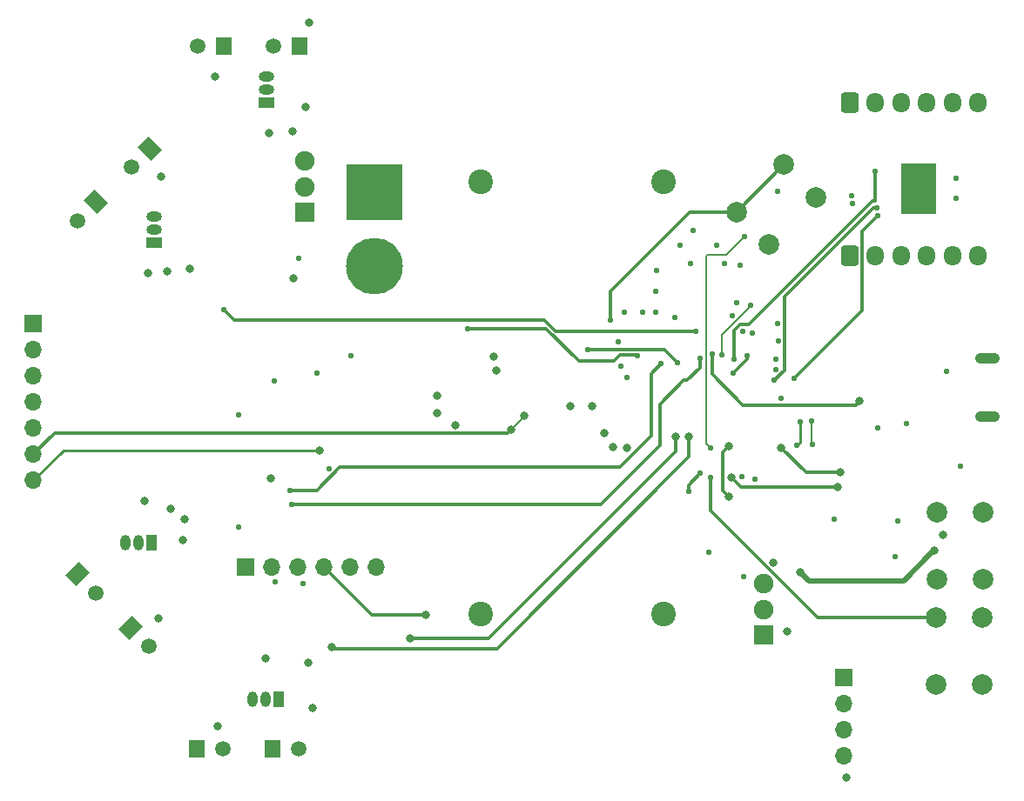
<source format=gbl>
G04 #@! TF.GenerationSoftware,KiCad,Pcbnew,7.0.1*
G04 #@! TF.CreationDate,2023-06-07T22:50:18-05:00*
G04 #@! TF.ProjectId,Micromouse-kicad,4d696372-6f6d-46f7-9573-652d6b696361,rev?*
G04 #@! TF.SameCoordinates,Original*
G04 #@! TF.FileFunction,Copper,L4,Bot*
G04 #@! TF.FilePolarity,Positive*
%FSLAX46Y46*%
G04 Gerber Fmt 4.6, Leading zero omitted, Abs format (unit mm)*
G04 Created by KiCad (PCBNEW 7.0.1) date 2023-06-07 22:50:18*
%MOMM*%
%LPD*%
G01*
G04 APERTURE LIST*
G04 Aperture macros list*
%AMRoundRect*
0 Rectangle with rounded corners*
0 $1 Rounding radius*
0 $2 $3 $4 $5 $6 $7 $8 $9 X,Y pos of 4 corners*
0 Add a 4 corners polygon primitive as box body*
4,1,4,$2,$3,$4,$5,$6,$7,$8,$9,$2,$3,0*
0 Add four circle primitives for the rounded corners*
1,1,$1+$1,$2,$3*
1,1,$1+$1,$4,$5*
1,1,$1+$1,$6,$7*
1,1,$1+$1,$8,$9*
0 Add four rect primitives between the rounded corners*
20,1,$1+$1,$2,$3,$4,$5,0*
20,1,$1+$1,$4,$5,$6,$7,0*
20,1,$1+$1,$6,$7,$8,$9,0*
20,1,$1+$1,$8,$9,$2,$3,0*%
%AMRotRect*
0 Rectangle, with rotation*
0 The origin of the aperture is its center*
0 $1 length*
0 $2 width*
0 $3 Rotation angle, in degrees counterclockwise*
0 Add horizontal line*
21,1,$1,$2,0,0,$3*%
G04 Aperture macros list end*
G04 #@! TA.AperFunction,ComponentPad*
%ADD10C,2.000000*%
G04 #@! TD*
G04 #@! TA.AperFunction,ComponentPad*
%ADD11R,1.000000X1.500000*%
G04 #@! TD*
G04 #@! TA.AperFunction,ComponentPad*
%ADD12O,1.000000X1.500000*%
G04 #@! TD*
G04 #@! TA.AperFunction,ComponentPad*
%ADD13O,2.400000X1.100000*%
G04 #@! TD*
G04 #@! TA.AperFunction,ComponentPad*
%ADD14C,0.380000*%
G04 #@! TD*
G04 #@! TA.AperFunction,SMDPad,CuDef*
%ADD15R,3.400000X5.000000*%
G04 #@! TD*
G04 #@! TA.AperFunction,ComponentPad*
%ADD16R,1.500000X1.000000*%
G04 #@! TD*
G04 #@! TA.AperFunction,ComponentPad*
%ADD17O,1.500000X1.000000*%
G04 #@! TD*
G04 #@! TA.AperFunction,ComponentPad*
%ADD18R,1.500000X1.800000*%
G04 #@! TD*
G04 #@! TA.AperFunction,ComponentPad*
%ADD19C,1.500000*%
G04 #@! TD*
G04 #@! TA.AperFunction,ComponentPad*
%ADD20C,5.516000*%
G04 #@! TD*
G04 #@! TA.AperFunction,ComponentPad*
%ADD21R,5.516000X5.516000*%
G04 #@! TD*
G04 #@! TA.AperFunction,ComponentPad*
%ADD22R,1.900000X1.900000*%
G04 #@! TD*
G04 #@! TA.AperFunction,ComponentPad*
%ADD23C,1.900000*%
G04 #@! TD*
G04 #@! TA.AperFunction,ComponentPad*
%ADD24C,2.400000*%
G04 #@! TD*
G04 #@! TA.AperFunction,ComponentPad*
%ADD25R,1.700000X1.700000*%
G04 #@! TD*
G04 #@! TA.AperFunction,ComponentPad*
%ADD26O,1.700000X1.700000*%
G04 #@! TD*
G04 #@! TA.AperFunction,ComponentPad*
%ADD27RoundRect,0.250000X-0.600000X-0.725000X0.600000X-0.725000X0.600000X0.725000X-0.600000X0.725000X0*%
G04 #@! TD*
G04 #@! TA.AperFunction,ComponentPad*
%ADD28O,1.700000X1.950000*%
G04 #@! TD*
G04 #@! TA.AperFunction,ComponentPad*
%ADD29RotRect,1.500000X1.800000X225.000000*%
G04 #@! TD*
G04 #@! TA.AperFunction,ComponentPad*
%ADD30RotRect,1.500000X1.800000X315.000000*%
G04 #@! TD*
G04 #@! TA.AperFunction,ViaPad*
%ADD31C,0.550000*%
G04 #@! TD*
G04 #@! TA.AperFunction,ViaPad*
%ADD32C,0.800000*%
G04 #@! TD*
G04 #@! TA.AperFunction,Conductor*
%ADD33C,0.500000*%
G04 #@! TD*
G04 #@! TA.AperFunction,Conductor*
%ADD34C,0.300000*%
G04 #@! TD*
G04 #@! TA.AperFunction,Conductor*
%ADD35C,0.150000*%
G04 #@! TD*
G04 #@! TA.AperFunction,Conductor*
%ADD36C,0.250000*%
G04 #@! TD*
G04 #@! TA.AperFunction,Conductor*
%ADD37C,0.261112*%
G04 #@! TD*
G04 APERTURE END LIST*
D10*
X188148400Y-120242400D03*
X188148400Y-113742400D03*
X192648400Y-120242400D03*
X192648400Y-113742400D03*
D11*
X111770236Y-116733164D03*
D12*
X110500236Y-116733164D03*
X109230236Y-116733164D03*
D13*
X193041000Y-104425000D03*
X193041000Y-98775000D03*
D14*
X185590400Y-83714600D03*
X187090400Y-83714600D03*
X185590400Y-82214600D03*
D15*
X186340400Y-82214600D03*
D14*
X187090400Y-82214600D03*
X185590400Y-80714600D03*
X187090400Y-80714600D03*
D16*
X123000000Y-73870000D03*
D17*
X123000000Y-72600000D03*
X123000000Y-71330000D03*
D18*
X116210900Y-136754900D03*
D19*
X118750900Y-136754900D03*
D18*
X123576900Y-136754900D03*
D19*
X126116900Y-136754900D03*
D16*
X112052000Y-87536000D03*
D17*
X112052000Y-86266000D03*
X112052000Y-84996000D03*
D20*
X133477000Y-89749500D03*
D21*
X133477000Y-82549500D03*
D22*
X171348400Y-125722400D03*
D23*
X171348400Y-123222400D03*
X171348400Y-120722400D03*
D24*
X161534000Y-123661000D03*
X143774000Y-123661000D03*
D25*
X120929000Y-119101000D03*
D26*
X123469000Y-119101000D03*
X126009000Y-119101000D03*
X128549000Y-119101000D03*
X131089000Y-119101000D03*
X133629000Y-119101000D03*
D27*
X179678000Y-88781400D03*
D28*
X182178000Y-88781400D03*
X184678000Y-88781400D03*
X187178000Y-88781400D03*
X189678000Y-88781400D03*
X192178000Y-88781400D03*
D29*
X111599199Y-78345975D03*
D19*
X109803148Y-80142026D03*
D29*
X106390651Y-83554523D03*
D19*
X104594600Y-85350575D03*
D25*
X100279200Y-95402400D03*
D26*
X100279200Y-97942400D03*
X100279200Y-100482400D03*
X100279200Y-103022400D03*
X100279200Y-105562400D03*
X100279200Y-108102400D03*
X100279200Y-110642400D03*
D10*
X188097600Y-130504000D03*
X188097600Y-124004000D03*
X192597600Y-130504000D03*
X192597600Y-124004000D03*
D27*
X179678000Y-73846200D03*
D28*
X182178000Y-73846200D03*
X184678000Y-73846200D03*
X187178000Y-73846200D03*
X189678000Y-73846200D03*
X192178000Y-73846200D03*
D22*
X126695200Y-84574400D03*
D23*
X126695200Y-82074400D03*
X126695200Y-79574400D03*
D10*
X168650000Y-84500000D03*
X173246194Y-79903806D03*
X171831981Y-87681981D03*
X176428175Y-83085786D03*
D18*
X118779500Y-68387500D03*
D19*
X116239500Y-68387500D03*
D18*
X126145500Y-68387500D03*
D19*
X123605500Y-68387500D03*
D24*
X161534000Y-81571000D03*
X143774000Y-81571000D03*
D30*
X109781577Y-125003349D03*
D19*
X111577629Y-126799400D03*
D30*
X104573029Y-119794801D03*
D19*
X106369080Y-121590852D03*
D11*
X124136500Y-131953000D03*
D12*
X122866500Y-131953000D03*
X121596500Y-131953000D03*
D25*
X179120800Y-129794000D03*
D26*
X179120800Y-132334000D03*
X179120800Y-134874000D03*
X179120800Y-137414000D03*
D31*
X169350000Y-120000000D03*
D32*
X112500000Y-124100000D03*
D31*
X127863600Y-100228400D03*
X169164000Y-110236000D03*
X172466000Y-98806000D03*
X157988000Y-100584000D03*
D32*
X187909200Y-117449600D03*
D31*
X172720000Y-97028000D03*
D32*
X139547600Y-102412800D03*
X152527000Y-103378000D03*
X115034136Y-114428464D03*
X127150000Y-66100000D03*
D31*
X172974000Y-102666800D03*
D32*
X172262800Y-118618000D03*
X118000000Y-71350000D03*
X112700000Y-81050000D03*
D31*
X169265600Y-96113600D03*
X164450000Y-86300000D03*
D32*
X174904400Y-119583200D03*
X113328000Y-90330000D03*
X118200000Y-134600000D03*
D31*
X123748800Y-100939600D03*
D32*
X145288000Y-99974400D03*
X155854400Y-106019600D03*
X157988000Y-107442000D03*
D31*
X157180452Y-97175500D03*
D32*
X125491269Y-76691729D03*
D31*
X160782000Y-94234000D03*
X167513000Y-89535000D03*
X157400000Y-99550000D03*
D32*
X154635200Y-103428800D03*
D31*
X166000000Y-117650000D03*
D32*
X123254000Y-76791000D03*
X111423000Y-90457000D03*
D31*
X190042800Y-81214100D03*
D32*
X139547600Y-104089200D03*
D31*
X172466000Y-99822000D03*
D32*
X115487000Y-90076000D03*
D31*
X185166000Y-105105200D03*
X170434000Y-110490000D03*
D32*
X126810000Y-74251000D03*
D31*
X189128400Y-100025200D03*
X160909000Y-90170000D03*
D32*
X179324000Y-139598400D03*
D31*
X164211000Y-89535000D03*
X190050712Y-83215100D03*
X172650000Y-82500000D03*
X129057000Y-109499000D03*
X157784800Y-94234000D03*
X120243600Y-104292400D03*
D32*
X145084800Y-98602800D03*
X141350000Y-105300000D03*
X188772800Y-115976400D03*
X111135236Y-112663164D03*
X156667200Y-107391200D03*
D31*
X159512000Y-94284800D03*
X162661600Y-94792800D03*
D32*
X173583600Y-125323600D03*
X114830936Y-116460464D03*
D31*
X131165600Y-98501200D03*
D32*
X127057500Y-128391000D03*
X125577600Y-90932000D03*
D31*
X166751000Y-87757000D03*
X168656000Y-93345000D03*
X160782000Y-92202000D03*
X172669200Y-95402400D03*
D32*
X127438500Y-132836000D03*
D31*
X126492000Y-120700800D03*
D32*
X122866500Y-128010000D03*
D31*
X168275000Y-94615000D03*
X169037000Y-89662000D03*
X163195000Y-87757000D03*
X186340400Y-82214600D03*
X170180000Y-96316800D03*
D32*
X113675236Y-113425164D03*
D31*
X156400000Y-95050000D03*
X166166800Y-110388400D03*
X179933600Y-83667600D03*
X126140700Y-89060700D03*
X179882800Y-82956400D03*
X120243600Y-115214400D03*
X184099200Y-118059200D03*
X123799600Y-120497600D03*
D32*
X123400000Y-110450000D03*
X180644800Y-102920800D03*
D31*
X166300000Y-98350000D03*
X178155600Y-114452400D03*
X184353200Y-114604800D03*
X182372000Y-105562400D03*
X190449200Y-109270800D03*
D32*
X168148000Y-110365500D03*
X178511200Y-111302800D03*
X173024800Y-107442000D03*
X178765200Y-109880400D03*
X138430000Y-123748800D03*
X146761200Y-105678100D03*
X148031200Y-104329100D03*
X128168400Y-107696000D03*
D31*
X174853600Y-104902000D03*
X174548800Y-107238800D03*
X176022000Y-107137200D03*
X175990067Y-104819267D03*
X166166800Y-107492800D03*
X169418000Y-86868000D03*
X170027600Y-93624400D03*
X167233600Y-98399600D03*
X165155840Y-109944160D03*
X164000000Y-111750000D03*
X125250000Y-111600000D03*
X161350000Y-99250000D03*
D32*
X136939023Y-126010977D03*
X162750000Y-106400000D03*
D31*
X125400000Y-113000000D03*
X165100000Y-98750000D03*
D32*
X129350000Y-126850000D03*
X164050000Y-106350000D03*
D31*
X142500000Y-95850000D03*
X159000000Y-98524500D03*
X118850000Y-94050000D03*
X164725634Y-96102578D03*
X162950000Y-99200000D03*
X154200000Y-97900000D03*
D32*
X167944800Y-112217200D03*
X167894000Y-107340400D03*
D31*
X174244000Y-100736400D03*
X182372000Y-84871900D03*
X172364400Y-100888800D03*
X182330989Y-84083789D03*
X168351200Y-100177600D03*
X169672000Y-98501200D03*
X168452800Y-98806000D03*
X182168800Y-80568800D03*
D33*
X184912000Y-120396000D02*
X187604400Y-117703600D01*
X175717200Y-120396000D02*
X184912000Y-120396000D01*
X187858400Y-117449600D02*
X187909200Y-117449600D01*
X187604400Y-117703600D02*
X187858400Y-117449600D01*
X174904400Y-119583200D02*
X175717200Y-120396000D01*
D34*
X164100000Y-84500000D02*
X156400000Y-92200000D01*
X156400000Y-92200000D02*
X156400000Y-95050000D01*
X168650000Y-84500000D02*
X164100000Y-84500000D01*
X173246194Y-79903806D02*
X168650000Y-84500000D01*
X188097600Y-124004000D02*
X176588139Y-124004000D01*
X166166800Y-113582661D02*
X166166800Y-110365500D01*
X176588139Y-124004000D02*
X166166800Y-113582661D01*
X169281000Y-103291800D02*
X180273800Y-103291800D01*
X180273800Y-103291800D02*
X180644800Y-102920800D01*
X166300000Y-100310800D02*
X169281000Y-103291800D01*
X166300000Y-98438297D02*
X166300000Y-100310800D01*
X178511200Y-111302800D02*
X169085300Y-111302800D01*
X169085300Y-111302800D02*
X168148000Y-110365500D01*
X178765200Y-109880400D02*
X175463200Y-109880400D01*
X175463200Y-109880400D02*
X173024800Y-107442000D01*
X133196800Y-123748800D02*
X138430000Y-123748800D01*
X133196800Y-123748800D02*
X128549000Y-119101000D01*
X102362000Y-106019600D02*
X141008939Y-106019600D01*
X141039339Y-106050000D02*
X146389300Y-106050000D01*
D35*
X146761200Y-105678100D02*
X148031200Y-104408100D01*
D34*
X100279200Y-108102400D02*
X102362000Y-106019600D01*
X141008939Y-106019600D02*
X141039339Y-106050000D01*
X146389300Y-106050000D02*
X146761200Y-105678100D01*
D35*
X148031200Y-104408100D02*
X148031200Y-104329100D01*
D36*
X128168400Y-107696000D02*
X103225600Y-107696000D01*
X103225600Y-107696000D02*
X100279200Y-110642400D01*
D37*
X174853600Y-106934000D02*
X174548800Y-107238800D01*
X174853600Y-104902000D02*
X174853600Y-106934000D01*
D35*
X175990067Y-104819267D02*
X175990067Y-107067533D01*
X176022000Y-107099466D02*
X176022000Y-107137200D01*
X175990067Y-107067533D02*
X176022000Y-107099466D01*
X169418000Y-86868000D02*
X167640000Y-88646000D01*
X165750000Y-107076000D02*
X166166800Y-107492800D01*
X165750000Y-88796000D02*
X165750000Y-107076000D01*
X167640000Y-88646000D02*
X165900000Y-88646000D01*
X165900000Y-88646000D02*
X165750000Y-88796000D01*
X170027600Y-93640218D02*
X167233600Y-96434218D01*
X167233600Y-96434218D02*
X167233600Y-98399600D01*
X170027600Y-93624400D02*
X170027600Y-93640218D01*
D34*
X164000000Y-111100000D02*
X164000000Y-111750000D01*
X165155840Y-109944160D02*
X164000000Y-111100000D01*
X125250000Y-111600000D02*
X127839884Y-111600000D01*
X160350000Y-100250000D02*
X161350000Y-99250000D01*
X157300000Y-109350000D02*
X160350000Y-106300000D01*
X160350000Y-106300000D02*
X160350000Y-100250000D01*
X127839884Y-111600000D02*
X130089884Y-109350000D01*
X130089884Y-109350000D02*
X157300000Y-109350000D01*
X136939023Y-126010977D02*
X144520423Y-126010977D01*
X162750000Y-107781400D02*
X162750000Y-106400000D01*
X144520423Y-126010977D02*
X162750000Y-107781400D01*
X161200000Y-103250000D02*
X163550000Y-100900000D01*
X155450000Y-113000000D02*
X161200000Y-107250000D01*
X165100000Y-99700000D02*
X165100000Y-98750000D01*
X125400000Y-113000000D02*
X155450000Y-113000000D01*
X163900000Y-100900000D02*
X165100000Y-99700000D01*
X163550000Y-100900000D02*
X163900000Y-100900000D01*
X161200000Y-107250000D02*
X161200000Y-103250000D01*
X145400000Y-127000000D02*
X164050000Y-108350000D01*
X164050000Y-108350000D02*
X164050000Y-106350000D01*
X129350000Y-126850000D02*
X129500000Y-127000000D01*
X129500000Y-127000000D02*
X145400000Y-127000000D01*
X156750000Y-99050000D02*
X157365000Y-98435000D01*
X142500000Y-95850000D02*
X150150000Y-95850000D01*
X158910500Y-98435000D02*
X159000000Y-98524500D01*
X150150000Y-95850000D02*
X153350000Y-99050000D01*
X153350000Y-99050000D02*
X156750000Y-99050000D01*
X157365000Y-98435000D02*
X158910500Y-98435000D01*
X164725634Y-96102578D02*
X151109684Y-96102578D01*
X150007106Y-95000000D02*
X119800000Y-95000000D01*
X151109684Y-96102578D02*
X150007106Y-95000000D01*
X119800000Y-95000000D02*
X118850000Y-94050000D01*
X161650000Y-97900000D02*
X162950000Y-99200000D01*
X154200000Y-97900000D02*
X161650000Y-97900000D01*
X167335200Y-111607600D02*
X167335200Y-107899200D01*
X167335200Y-107899200D02*
X167894000Y-107340400D01*
X167944800Y-112217200D02*
X167335200Y-111607600D01*
X174244000Y-100736400D02*
X180878000Y-94102400D01*
X180878000Y-94102400D02*
X180878000Y-86365900D01*
X180878000Y-86365900D02*
X182372000Y-84871900D01*
X172364400Y-100888800D02*
X173345000Y-99908200D01*
X173345000Y-92725116D02*
X181986327Y-84083789D01*
X173345000Y-99908200D02*
X173345000Y-92725116D01*
X181986327Y-84083789D02*
X182330989Y-84083789D01*
X169672000Y-98856800D02*
X168351200Y-100177600D01*
X169672000Y-98501200D02*
X169672000Y-98856800D01*
X168452800Y-96042516D02*
X168452800Y-98806000D01*
X169874410Y-95488600D02*
X169006716Y-95488600D01*
X182168800Y-83458789D02*
X181904221Y-83458789D01*
X182168800Y-80568800D02*
X182168800Y-83458789D01*
X181904221Y-83458789D02*
X169874410Y-95488600D01*
X169006716Y-95488600D02*
X168452800Y-96042516D01*
M02*

</source>
